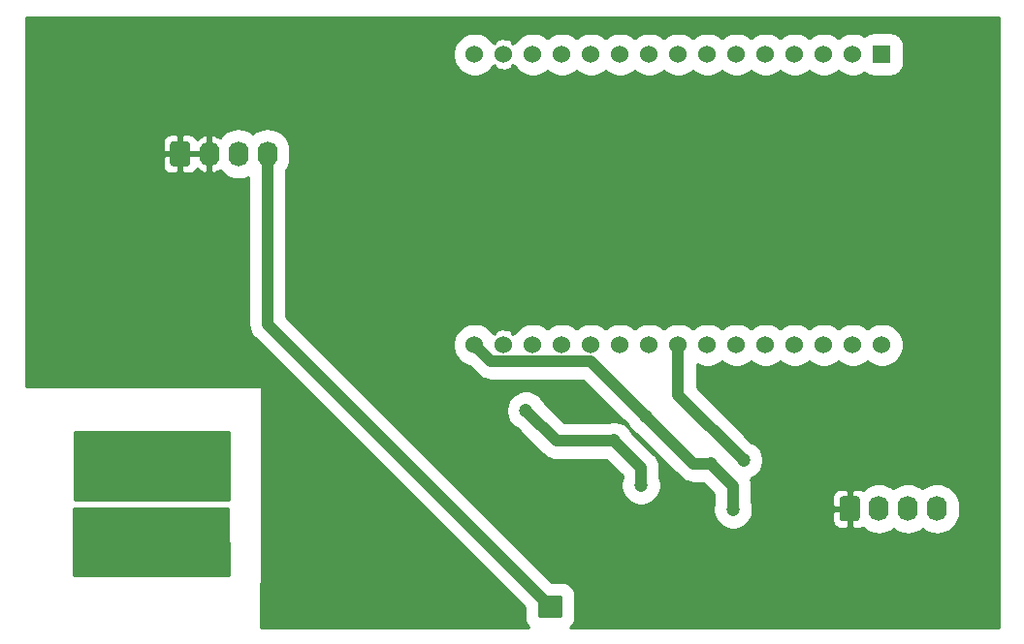
<source format=gbr>
%TF.GenerationSoftware,KiCad,Pcbnew,(5.1.9)-1*%
%TF.CreationDate,2021-01-30T10:24:11-03:00*%
%TF.ProjectId,Placa_aquisicao,506c6163-615f-4617-9175-69736963616f,rev?*%
%TF.SameCoordinates,PX40bc440PY798bb90*%
%TF.FileFunction,Copper,L2,Bot*%
%TF.FilePolarity,Positive*%
%FSLAX46Y46*%
G04 Gerber Fmt 4.6, Leading zero omitted, Abs format (unit mm)*
G04 Created by KiCad (PCBNEW (5.1.9)-1) date 2021-01-30 10:24:11*
%MOMM*%
%LPD*%
G01*
G04 APERTURE LIST*
%TA.AperFunction,ComponentPad*%
%ADD10R,1.524000X1.524000*%
%TD*%
%TA.AperFunction,ComponentPad*%
%ADD11C,1.524000*%
%TD*%
%TA.AperFunction,ComponentPad*%
%ADD12C,2.600000*%
%TD*%
%TA.AperFunction,ComponentPad*%
%ADD13R,2.600000X2.600000*%
%TD*%
%TA.AperFunction,ComponentPad*%
%ADD14O,1.740000X2.190000*%
%TD*%
%TA.AperFunction,ViaPad*%
%ADD15C,0.800000*%
%TD*%
%TA.AperFunction,ViaPad*%
%ADD16C,1.200000*%
%TD*%
%TA.AperFunction,Conductor*%
%ADD17C,1.000000*%
%TD*%
%TA.AperFunction,Conductor*%
%ADD18C,0.254000*%
%TD*%
%TA.AperFunction,Conductor*%
%ADD19C,0.100000*%
%TD*%
G04 APERTURE END LIST*
D10*
%TO.P,U5,1*%
%TO.N,Net-(U5-Pad1)*%
X78050000Y51260000D03*
D11*
%TO.P,U5,2*%
%TO.N,Net-(U5-Pad2)*%
X75510000Y51260000D03*
%TO.P,U5,3*%
%TO.N,Net-(U5-Pad3)*%
X72970000Y51260000D03*
%TO.P,U5,4*%
%TO.N,Net-(U5-Pad4)*%
X70430000Y51260000D03*
%TO.P,U5,5*%
%TO.N,Net-(U5-Pad5)*%
X67890000Y51260000D03*
%TO.P,U5,6*%
%TO.N,Net-(U5-Pad6)*%
X65350000Y51260000D03*
%TO.P,U5,7*%
%TO.N,Net-(U5-Pad7)*%
X62810000Y51260000D03*
%TO.P,U5,8*%
%TO.N,Net-(U5-Pad8)*%
X60270000Y51260000D03*
%TO.P,U5,9*%
%TO.N,Net-(U5-Pad9)*%
X57730000Y51260000D03*
%TO.P,U5,10*%
%TO.N,Net-(U5-Pad10)*%
X55190000Y51260000D03*
%TO.P,U5,11*%
%TO.N,Net-(U5-Pad11)*%
X52650000Y51260000D03*
%TO.P,U5,12*%
%TO.N,Net-(U5-Pad12)*%
X50110000Y51260000D03*
%TO.P,U5,13*%
%TO.N,Net-(U5-Pad13)*%
X47570000Y51260000D03*
%TO.P,U5,14*%
%TO.N,GND*%
X45030000Y51260000D03*
%TO.P,U5,15*%
%TO.N,+10V*%
X42490000Y51260000D03*
%TO.P,U5,16*%
%TO.N,+3V3*%
X42490000Y25860000D03*
%TO.P,U5,17*%
%TO.N,GND*%
X45030000Y25860000D03*
%TO.P,U5,18*%
%TO.N,Net-(U5-Pad18)*%
X47570000Y25860000D03*
%TO.P,U5,19*%
%TO.N,Net-(U5-Pad19)*%
X50110000Y25860000D03*
%TO.P,U5,20*%
%TO.N,Net-(U5-Pad20)*%
X52650000Y25860000D03*
%TO.P,U5,21*%
%TO.N,Net-(U5-Pad21)*%
X55190000Y25860000D03*
%TO.P,U5,22*%
%TO.N,Net-(U5-Pad22)*%
X57730000Y25860000D03*
%TO.P,U5,23*%
%TO.N,SPI_CS0*%
X60270000Y25860000D03*
%TO.P,U5,24*%
%TO.N,SPI_CLK*%
X62810000Y25860000D03*
%TO.P,U5,25*%
%TO.N,SPI_MISO*%
X65350000Y25860000D03*
%TO.P,U5,26*%
%TO.N,Net-(U5-Pad26)*%
X67890000Y25860000D03*
%TO.P,U5,27*%
%TO.N,/ESP32/UART_RX0*%
X70430000Y25860000D03*
%TO.P,U5,28*%
%TO.N,/ESP32/UART_TX0*%
X72970000Y25860000D03*
%TO.P,U5,29*%
%TO.N,Net-(U5-Pad29)*%
X75510000Y25860000D03*
%TO.P,U5,30*%
%TO.N,Net-(U5-Pad30)*%
X78050000Y25860000D03*
%TD*%
D12*
%TO.P,J2,2*%
%TO.N,Net-(J2-Pad2)*%
X12620000Y14400000D03*
D13*
%TO.P,J2,1*%
%TO.N,Net-(J2-Pad1)*%
X12620000Y9400000D03*
%TD*%
%TO.P,J1,1*%
%TO.N,GND*%
%TA.AperFunction,ComponentPad*%
G36*
G01*
X15920000Y41704999D02*
X15920000Y43395001D01*
G75*
G02*
X16169999Y43645000I249999J0D01*
G01*
X17410001Y43645000D01*
G75*
G02*
X17660000Y43395001I0J-249999D01*
G01*
X17660000Y41704999D01*
G75*
G02*
X17410001Y41455000I-249999J0D01*
G01*
X16169999Y41455000D01*
G75*
G02*
X15920000Y41704999I0J249999D01*
G01*
G37*
%TD.AperFunction*%
D14*
%TO.P,J1,2*%
X19330000Y42550000D03*
%TO.P,J1,3*%
%TO.N,+10V*%
X21870000Y42550000D03*
%TO.P,J1,4*%
X24410000Y42550000D03*
%TD*%
%TO.P,J3,1*%
%TO.N,GND*%
%TA.AperFunction,ComponentPad*%
G36*
G01*
X74390000Y10684999D02*
X74390000Y12375001D01*
G75*
G02*
X74639999Y12625000I249999J0D01*
G01*
X75880001Y12625000D01*
G75*
G02*
X76130000Y12375001I0J-249999D01*
G01*
X76130000Y10684999D01*
G75*
G02*
X75880001Y10435000I-249999J0D01*
G01*
X74639999Y10435000D01*
G75*
G02*
X74390000Y10684999I0J249999D01*
G01*
G37*
%TD.AperFunction*%
%TO.P,J3,2*%
%TO.N,/ESP32/UART_RX0*%
X77800000Y11530000D03*
%TO.P,J3,3*%
%TO.N,/ESP32/UART_TX0*%
X80340000Y11530000D03*
%TO.P,J3,4*%
%TO.N,+3V3*%
X82880000Y11530000D03*
%TD*%
D15*
%TO.N,+10V*%
X49595000Y3520000D03*
X48540000Y2540000D03*
X49575000Y2540000D03*
X48540000Y3530000D03*
%TO.N,GND*%
X61335000Y3880000D03*
X62370000Y3880000D03*
X60320000Y4860000D03*
X60300000Y3880000D03*
X61355000Y4860000D03*
X62390000Y4860000D03*
X14020000Y30020000D03*
X15000000Y27930000D03*
X15000000Y28965000D03*
X15000000Y30000000D03*
X14020000Y28985000D03*
X14020000Y27950000D03*
X30580000Y4010000D03*
X29565000Y4990000D03*
X29545000Y4010000D03*
X28510000Y4010000D03*
X30600000Y4990000D03*
X28530000Y4990000D03*
X9890000Y41320000D03*
X8910000Y43410000D03*
X9890000Y42355000D03*
X8910000Y42375000D03*
X9890000Y43390000D03*
X8910000Y41340000D03*
X14020000Y31090000D03*
X15000000Y31070000D03*
X8910000Y40280000D03*
X9890000Y40260000D03*
X76070000Y4970000D03*
X76050000Y3990000D03*
X75035000Y4970000D03*
X73980000Y3990000D03*
X74000000Y4970000D03*
X75015000Y3990000D03*
D16*
%TO.N,+5V*%
X54680000Y17440000D03*
X57030000Y13580000D03*
X47000000Y20100000D03*
%TO.N,+3V3*%
X57470000Y19590000D03*
X63140000Y15420000D03*
X65060000Y11470000D03*
%TO.N,SPI_CS0*%
X65980000Y15770000D03*
D15*
%TO.N,Net-(J2-Pad2)*%
X15570000Y13350000D03*
X15610000Y15430000D03*
X17770000Y15410000D03*
X17750000Y13340000D03*
%TO.N,Net-(J2-Pad1)*%
X15590000Y8310000D03*
X15630000Y10490000D03*
X17940000Y8290000D03*
X17920000Y10510000D03*
%TD*%
D17*
%TO.N,+10V*%
X24410000Y27660000D02*
X48540000Y3530000D01*
X24410000Y42550000D02*
X24410000Y27660000D01*
%TO.N,+5V*%
X57030000Y15090000D02*
X54680000Y17440000D01*
X57030000Y13580000D02*
X57030000Y15090000D01*
X54680000Y17440000D02*
X49660000Y17440000D01*
X49660000Y17440000D02*
X47000000Y20100000D01*
%TO.N,+3V3*%
X61640000Y15420000D02*
X57470000Y19590000D01*
X63140000Y15420000D02*
X61640000Y15420000D01*
X65060000Y13500000D02*
X63140000Y15420000D01*
X65060000Y11470000D02*
X65060000Y13500000D01*
X52662001Y24397999D02*
X57470000Y19590000D01*
X43952001Y24397999D02*
X52662001Y24397999D01*
X42490000Y25860000D02*
X43952001Y24397999D01*
%TO.N,SPI_CS0*%
X60270000Y21480000D02*
X60270000Y25860000D01*
X65980000Y15770000D02*
X60270000Y21480000D01*
%TD*%
D18*
%TO.N,Net-(J2-Pad1)*%
X21025191Y5687000D02*
X7510023Y5687000D01*
X7507000Y6616572D01*
X7507000Y11583000D01*
X20967669Y11583000D01*
X21025191Y5687000D01*
%TA.AperFunction,Conductor*%
D19*
G36*
X21025191Y5687000D02*
G01*
X7510023Y5687000D01*
X7507000Y6616572D01*
X7507000Y11583000D01*
X20967669Y11583000D01*
X21025191Y5687000D01*
G37*
%TD.AperFunction*%
%TD*%
D18*
%TO.N,Net-(J2-Pad2)*%
X21033000Y12330281D02*
X7576587Y12330281D01*
X7557413Y18226281D01*
X21033000Y18226281D01*
X21033000Y12330281D01*
%TA.AperFunction,Conductor*%
D19*
G36*
X21033000Y12330281D02*
G01*
X7576587Y12330281D01*
X7557413Y18226281D01*
X21033000Y18226281D01*
X21033000Y12330281D01*
G37*
%TD.AperFunction*%
%TD*%
D18*
%TO.N,+10V*%
X50013000Y2157000D02*
X48107000Y2157000D01*
X48107000Y3883000D01*
X50013000Y3883000D01*
X50013000Y2157000D01*
%TA.AperFunction,Conductor*%
D19*
G36*
X50013000Y2157000D02*
G01*
X48107000Y2157000D01*
X48107000Y3883000D01*
X50013000Y3883000D01*
X50013000Y2157000D01*
G37*
%TD.AperFunction*%
%TD*%
D18*
%TO.N,GND*%
X88272000Y1168000D02*
X50882696Y1168000D01*
X50948223Y1221777D01*
X51090370Y1394983D01*
X51195994Y1592593D01*
X51261038Y1807012D01*
X51283000Y2030000D01*
X51283000Y4010000D01*
X51261038Y4232988D01*
X51195994Y4447407D01*
X51090370Y4645017D01*
X50948223Y4818223D01*
X50775017Y4960370D01*
X50577407Y5065994D01*
X50362988Y5131038D01*
X50140000Y5153000D01*
X49240553Y5153000D01*
X34121882Y20271671D01*
X45257000Y20271671D01*
X45257000Y19928329D01*
X45323982Y19591586D01*
X45455373Y19274380D01*
X45646123Y18988902D01*
X45888902Y18746123D01*
X46174380Y18555373D01*
X46254093Y18522355D01*
X48441155Y16335292D01*
X48492603Y16272603D01*
X48742782Y16067286D01*
X48977791Y15941671D01*
X49028209Y15914722D01*
X49337915Y15820774D01*
X49370906Y15817525D01*
X49579294Y15797000D01*
X49579300Y15797000D01*
X49659999Y15789052D01*
X49740698Y15797000D01*
X53999448Y15797000D01*
X55387000Y14409447D01*
X55387000Y14168127D01*
X55353982Y14088414D01*
X55287000Y13751671D01*
X55287000Y13408329D01*
X55353982Y13071586D01*
X55485373Y12754380D01*
X55676123Y12468902D01*
X55918902Y12226123D01*
X56204380Y12035373D01*
X56521586Y11903982D01*
X56858329Y11837000D01*
X57201671Y11837000D01*
X57538414Y11903982D01*
X57855620Y12035373D01*
X58141098Y12226123D01*
X58383877Y12468902D01*
X58574627Y12754380D01*
X58706018Y13071586D01*
X58773000Y13408329D01*
X58773000Y13751671D01*
X58706018Y14088414D01*
X58673000Y14168127D01*
X58673000Y15009301D01*
X58680948Y15090000D01*
X58673000Y15170699D01*
X58673000Y15170706D01*
X58649226Y15412084D01*
X58638357Y15447917D01*
X58555278Y15721791D01*
X58502370Y15820774D01*
X58402714Y16007218D01*
X58197397Y16257397D01*
X58134710Y16308843D01*
X56257645Y18185907D01*
X56224627Y18265620D01*
X56033877Y18551098D01*
X55791098Y18793877D01*
X55505620Y18984627D01*
X55188414Y19116018D01*
X54851671Y19183000D01*
X54508329Y19183000D01*
X54171586Y19116018D01*
X54091873Y19083000D01*
X50340553Y19083000D01*
X48577645Y20845907D01*
X48544627Y20925620D01*
X48353877Y21211098D01*
X48111098Y21453877D01*
X47825620Y21644627D01*
X47508414Y21776018D01*
X47171671Y21843000D01*
X46828329Y21843000D01*
X46491586Y21776018D01*
X46174380Y21644627D01*
X45888902Y21453877D01*
X45646123Y21211098D01*
X45455373Y20925620D01*
X45323982Y20608414D01*
X45257000Y20271671D01*
X34121882Y20271671D01*
X28345927Y26047626D01*
X40585000Y26047626D01*
X40585000Y25672374D01*
X40658209Y25304332D01*
X40801811Y24957644D01*
X41010290Y24645634D01*
X41275634Y24380290D01*
X41587644Y24171811D01*
X41934332Y24028209D01*
X42014107Y24012341D01*
X42733156Y23293291D01*
X42784604Y23230602D01*
X43034783Y23025285D01*
X43320210Y22872721D01*
X43629916Y22778773D01*
X43659842Y22775826D01*
X43871295Y22754999D01*
X43871302Y22754999D01*
X43952001Y22747051D01*
X44032700Y22754999D01*
X51981449Y22754999D01*
X55892355Y18844093D01*
X55925373Y18764380D01*
X56116123Y18478902D01*
X56358902Y18236123D01*
X56644380Y18045373D01*
X56724093Y18012355D01*
X60421155Y14315292D01*
X60472603Y14252603D01*
X60722782Y14047286D01*
X61008209Y13894722D01*
X61317916Y13800774D01*
X61559294Y13777000D01*
X61559301Y13777000D01*
X61640000Y13769052D01*
X61720699Y13777000D01*
X62459448Y13777000D01*
X63417001Y12819447D01*
X63417000Y12058127D01*
X63383982Y11978414D01*
X63317000Y11641671D01*
X63317000Y11298329D01*
X63383982Y10961586D01*
X63515373Y10644380D01*
X63706123Y10358902D01*
X63948902Y10116123D01*
X64234380Y9925373D01*
X64551586Y9793982D01*
X64888329Y9727000D01*
X65231671Y9727000D01*
X65568414Y9793982D01*
X65885620Y9925373D01*
X66171098Y10116123D01*
X66413877Y10358902D01*
X66464723Y10435000D01*
X73751928Y10435000D01*
X73764188Y10310518D01*
X73800498Y10190820D01*
X73859463Y10080506D01*
X73938815Y9983815D01*
X74035506Y9904463D01*
X74145820Y9845498D01*
X74265518Y9809188D01*
X74390000Y9796928D01*
X74974250Y9800000D01*
X75133000Y9958750D01*
X75133000Y11403000D01*
X73913750Y11403000D01*
X73755000Y11244250D01*
X73751928Y10435000D01*
X66464723Y10435000D01*
X66604627Y10644380D01*
X66736018Y10961586D01*
X66803000Y11298329D01*
X66803000Y11641671D01*
X66736018Y11978414D01*
X66703000Y12058127D01*
X66703000Y12625000D01*
X73751928Y12625000D01*
X73755000Y11815750D01*
X73913750Y11657000D01*
X75133000Y11657000D01*
X75133000Y13101250D01*
X75387000Y13101250D01*
X75387000Y11657000D01*
X75407000Y11657000D01*
X75407000Y11403000D01*
X75387000Y11403000D01*
X75387000Y9958750D01*
X75545750Y9800000D01*
X76130000Y9796928D01*
X76254482Y9809188D01*
X76374180Y9845498D01*
X76393025Y9855571D01*
X76676227Y9623153D01*
X77025932Y9436232D01*
X77405384Y9321126D01*
X77800000Y9282260D01*
X78194617Y9321126D01*
X78574069Y9436232D01*
X78923774Y9623153D01*
X79070000Y9743158D01*
X79216227Y9623153D01*
X79565932Y9436232D01*
X79945384Y9321126D01*
X80340000Y9282260D01*
X80734617Y9321126D01*
X81114069Y9436232D01*
X81463774Y9623153D01*
X81610000Y9743158D01*
X81756227Y9623153D01*
X82105932Y9436232D01*
X82485384Y9321126D01*
X82880000Y9282260D01*
X83274617Y9321126D01*
X83654069Y9436232D01*
X84003774Y9623153D01*
X84310293Y9874707D01*
X84561847Y10181226D01*
X84748768Y10530931D01*
X84863874Y10910384D01*
X84893000Y11206108D01*
X84893000Y11853893D01*
X84863874Y12149617D01*
X84748768Y12529069D01*
X84561847Y12878774D01*
X84310293Y13185293D01*
X84003774Y13436847D01*
X83654068Y13623768D01*
X83274616Y13738874D01*
X82880000Y13777740D01*
X82485383Y13738874D01*
X82105931Y13623768D01*
X81756226Y13436847D01*
X81610000Y13316842D01*
X81463774Y13436847D01*
X81114068Y13623768D01*
X80734616Y13738874D01*
X80340000Y13777740D01*
X79945383Y13738874D01*
X79565931Y13623768D01*
X79216226Y13436847D01*
X79070000Y13316842D01*
X78923774Y13436847D01*
X78574068Y13623768D01*
X78194616Y13738874D01*
X77800000Y13777740D01*
X77405383Y13738874D01*
X77025931Y13623768D01*
X76676226Y13436847D01*
X76393025Y13204429D01*
X76374180Y13214502D01*
X76254482Y13250812D01*
X76130000Y13263072D01*
X75545750Y13260000D01*
X75387000Y13101250D01*
X75133000Y13101250D01*
X74974250Y13260000D01*
X74390000Y13263072D01*
X74265518Y13250812D01*
X74145820Y13214502D01*
X74035506Y13155537D01*
X73938815Y13076185D01*
X73859463Y12979494D01*
X73800498Y12869180D01*
X73764188Y12749482D01*
X73751928Y12625000D01*
X66703000Y12625000D01*
X66703000Y13419302D01*
X66710948Y13500001D01*
X66703000Y13580700D01*
X66703000Y13580706D01*
X66679226Y13822084D01*
X66664341Y13871156D01*
X66585278Y14131791D01*
X66584266Y14133685D01*
X66805620Y14225373D01*
X67091098Y14416123D01*
X67333877Y14658902D01*
X67524627Y14944380D01*
X67656018Y15261586D01*
X67723000Y15598329D01*
X67723000Y15941671D01*
X67656018Y16278414D01*
X67524627Y16595620D01*
X67333877Y16881098D01*
X67091098Y17123877D01*
X66805620Y17314627D01*
X66725907Y17347645D01*
X61913000Y22160552D01*
X61913000Y24169592D01*
X62254332Y24028209D01*
X62622374Y23955000D01*
X62997626Y23955000D01*
X63365668Y24028209D01*
X63712356Y24171811D01*
X64024366Y24380290D01*
X64080000Y24435924D01*
X64135634Y24380290D01*
X64447644Y24171811D01*
X64794332Y24028209D01*
X65162374Y23955000D01*
X65537626Y23955000D01*
X65905668Y24028209D01*
X66252356Y24171811D01*
X66564366Y24380290D01*
X66620000Y24435924D01*
X66675634Y24380290D01*
X66987644Y24171811D01*
X67334332Y24028209D01*
X67702374Y23955000D01*
X68077626Y23955000D01*
X68445668Y24028209D01*
X68792356Y24171811D01*
X69104366Y24380290D01*
X69160000Y24435924D01*
X69215634Y24380290D01*
X69527644Y24171811D01*
X69874332Y24028209D01*
X70242374Y23955000D01*
X70617626Y23955000D01*
X70985668Y24028209D01*
X71332356Y24171811D01*
X71644366Y24380290D01*
X71700000Y24435924D01*
X71755634Y24380290D01*
X72067644Y24171811D01*
X72414332Y24028209D01*
X72782374Y23955000D01*
X73157626Y23955000D01*
X73525668Y24028209D01*
X73872356Y24171811D01*
X74184366Y24380290D01*
X74240000Y24435924D01*
X74295634Y24380290D01*
X74607644Y24171811D01*
X74954332Y24028209D01*
X75322374Y23955000D01*
X75697626Y23955000D01*
X76065668Y24028209D01*
X76412356Y24171811D01*
X76724366Y24380290D01*
X76780000Y24435924D01*
X76835634Y24380290D01*
X77147644Y24171811D01*
X77494332Y24028209D01*
X77862374Y23955000D01*
X78237626Y23955000D01*
X78605668Y24028209D01*
X78952356Y24171811D01*
X79264366Y24380290D01*
X79529710Y24645634D01*
X79738189Y24957644D01*
X79881791Y25304332D01*
X79955000Y25672374D01*
X79955000Y26047626D01*
X79881791Y26415668D01*
X79738189Y26762356D01*
X79529710Y27074366D01*
X79264366Y27339710D01*
X78952356Y27548189D01*
X78605668Y27691791D01*
X78237626Y27765000D01*
X77862374Y27765000D01*
X77494332Y27691791D01*
X77147644Y27548189D01*
X76835634Y27339710D01*
X76780000Y27284076D01*
X76724366Y27339710D01*
X76412356Y27548189D01*
X76065668Y27691791D01*
X75697626Y27765000D01*
X75322374Y27765000D01*
X74954332Y27691791D01*
X74607644Y27548189D01*
X74295634Y27339710D01*
X74240000Y27284076D01*
X74184366Y27339710D01*
X73872356Y27548189D01*
X73525668Y27691791D01*
X73157626Y27765000D01*
X72782374Y27765000D01*
X72414332Y27691791D01*
X72067644Y27548189D01*
X71755634Y27339710D01*
X71700000Y27284076D01*
X71644366Y27339710D01*
X71332356Y27548189D01*
X70985668Y27691791D01*
X70617626Y27765000D01*
X70242374Y27765000D01*
X69874332Y27691791D01*
X69527644Y27548189D01*
X69215634Y27339710D01*
X69160000Y27284076D01*
X69104366Y27339710D01*
X68792356Y27548189D01*
X68445668Y27691791D01*
X68077626Y27765000D01*
X67702374Y27765000D01*
X67334332Y27691791D01*
X66987644Y27548189D01*
X66675634Y27339710D01*
X66620000Y27284076D01*
X66564366Y27339710D01*
X66252356Y27548189D01*
X65905668Y27691791D01*
X65537626Y27765000D01*
X65162374Y27765000D01*
X64794332Y27691791D01*
X64447644Y27548189D01*
X64135634Y27339710D01*
X64080000Y27284076D01*
X64024366Y27339710D01*
X63712356Y27548189D01*
X63365668Y27691791D01*
X62997626Y27765000D01*
X62622374Y27765000D01*
X62254332Y27691791D01*
X61907644Y27548189D01*
X61595634Y27339710D01*
X61540000Y27284076D01*
X61484366Y27339710D01*
X61172356Y27548189D01*
X60825668Y27691791D01*
X60457626Y27765000D01*
X60082374Y27765000D01*
X59714332Y27691791D01*
X59367644Y27548189D01*
X59055634Y27339710D01*
X59000000Y27284076D01*
X58944366Y27339710D01*
X58632356Y27548189D01*
X58285668Y27691791D01*
X57917626Y27765000D01*
X57542374Y27765000D01*
X57174332Y27691791D01*
X56827644Y27548189D01*
X56515634Y27339710D01*
X56460000Y27284076D01*
X56404366Y27339710D01*
X56092356Y27548189D01*
X55745668Y27691791D01*
X55377626Y27765000D01*
X55002374Y27765000D01*
X54634332Y27691791D01*
X54287644Y27548189D01*
X53975634Y27339710D01*
X53920000Y27284076D01*
X53864366Y27339710D01*
X53552356Y27548189D01*
X53205668Y27691791D01*
X52837626Y27765000D01*
X52462374Y27765000D01*
X52094332Y27691791D01*
X51747644Y27548189D01*
X51435634Y27339710D01*
X51380000Y27284076D01*
X51324366Y27339710D01*
X51012356Y27548189D01*
X50665668Y27691791D01*
X50297626Y27765000D01*
X49922374Y27765000D01*
X49554332Y27691791D01*
X49207644Y27548189D01*
X48895634Y27339710D01*
X48840000Y27284076D01*
X48784366Y27339710D01*
X48472356Y27548189D01*
X48125668Y27691791D01*
X47757626Y27765000D01*
X47382374Y27765000D01*
X47014332Y27691791D01*
X46667644Y27548189D01*
X46355634Y27339710D01*
X46090290Y27074366D01*
X45974008Y26900338D01*
X45932369Y26941977D01*
X45815959Y26825567D01*
X45748980Y27065656D01*
X45499952Y27182756D01*
X45232865Y27249023D01*
X44957983Y27261910D01*
X44685867Y27220922D01*
X44426977Y27127636D01*
X44311020Y27065656D01*
X44244041Y26825567D01*
X44127631Y26941977D01*
X44085992Y26900338D01*
X43969710Y27074366D01*
X43704366Y27339710D01*
X43392356Y27548189D01*
X43045668Y27691791D01*
X42677626Y27765000D01*
X42302374Y27765000D01*
X41934332Y27691791D01*
X41587644Y27548189D01*
X41275634Y27339710D01*
X41010290Y27074366D01*
X40801811Y26762356D01*
X40658209Y26415668D01*
X40585000Y26047626D01*
X28345927Y26047626D01*
X26053000Y28340552D01*
X26053000Y41153891D01*
X26091847Y41201226D01*
X26278768Y41550931D01*
X26393874Y41930384D01*
X26423000Y42226108D01*
X26423000Y42873893D01*
X26393874Y43169617D01*
X26278768Y43549069D01*
X26091847Y43898774D01*
X25840293Y44205293D01*
X25533774Y44456847D01*
X25184068Y44643768D01*
X24804616Y44758874D01*
X24410000Y44797740D01*
X24015383Y44758874D01*
X23635931Y44643768D01*
X23286226Y44456847D01*
X23140000Y44336842D01*
X22993774Y44456847D01*
X22644068Y44643768D01*
X22264616Y44758874D01*
X21870000Y44797740D01*
X21475383Y44758874D01*
X21095931Y44643768D01*
X20746226Y44456847D01*
X20439707Y44205293D01*
X20247639Y43971258D01*
X20050809Y44104474D01*
X19777591Y44219551D01*
X19690031Y44236302D01*
X19457000Y44115246D01*
X19457000Y42677000D01*
X19477000Y42677000D01*
X19477000Y42423000D01*
X19457000Y42423000D01*
X19457000Y40984754D01*
X19690031Y40863698D01*
X19777591Y40880449D01*
X20050809Y40995526D01*
X20247639Y41128742D01*
X20439707Y40894707D01*
X20746227Y40643153D01*
X21095932Y40456232D01*
X21475384Y40341126D01*
X21870000Y40302260D01*
X22264617Y40341126D01*
X22644069Y40456232D01*
X22767000Y40521940D01*
X22767001Y27740709D01*
X22759052Y27660000D01*
X22790774Y27337916D01*
X22884722Y27028210D01*
X22884723Y27028209D01*
X23037287Y26742782D01*
X23242604Y26492603D01*
X23305291Y26441157D01*
X46837000Y2909447D01*
X46837000Y2030000D01*
X46858962Y1807012D01*
X46924006Y1592593D01*
X47029630Y1394983D01*
X47171777Y1221777D01*
X47237304Y1168000D01*
X23887000Y1168000D01*
X23887000Y5009750D01*
X23891643Y5024927D01*
X23894143Y5049698D01*
X23926941Y18839698D01*
X23924501Y18864776D01*
X23917274Y18888601D01*
X23917000Y18889114D01*
X23917000Y22110000D01*
X23914560Y22134776D01*
X23907333Y22158601D01*
X23895597Y22180557D01*
X23879803Y22199803D01*
X23860557Y22215597D01*
X23838601Y22227333D01*
X23814776Y22234560D01*
X23790000Y22237000D01*
X3328000Y22237000D01*
X3328000Y41455000D01*
X15281928Y41455000D01*
X15294188Y41330518D01*
X15330498Y41210820D01*
X15389463Y41100506D01*
X15468815Y41003815D01*
X15565506Y40924463D01*
X15675820Y40865498D01*
X15795518Y40829188D01*
X15920000Y40816928D01*
X16504250Y40820000D01*
X16663000Y40978750D01*
X16663000Y42423000D01*
X16917000Y42423000D01*
X16917000Y40978750D01*
X17075750Y40820000D01*
X17660000Y40816928D01*
X17784482Y40829188D01*
X17904180Y40865498D01*
X18014494Y40924463D01*
X18111185Y41003815D01*
X18190537Y41100506D01*
X18249502Y41210820D01*
X18264916Y41261633D01*
X18363674Y41161694D01*
X18609191Y40995526D01*
X18882409Y40880449D01*
X18969969Y40863698D01*
X19203000Y40984754D01*
X19203000Y42423000D01*
X16917000Y42423000D01*
X16663000Y42423000D01*
X15443750Y42423000D01*
X15285000Y42264250D01*
X15281928Y41455000D01*
X3328000Y41455000D01*
X3328000Y43645000D01*
X15281928Y43645000D01*
X15285000Y42835750D01*
X15443750Y42677000D01*
X16663000Y42677000D01*
X16663000Y44121250D01*
X16917000Y44121250D01*
X16917000Y42677000D01*
X19203000Y42677000D01*
X19203000Y44115246D01*
X18969969Y44236302D01*
X18882409Y44219551D01*
X18609191Y44104474D01*
X18363674Y43938306D01*
X18264916Y43838367D01*
X18249502Y43889180D01*
X18190537Y43999494D01*
X18111185Y44096185D01*
X18014494Y44175537D01*
X17904180Y44234502D01*
X17784482Y44270812D01*
X17660000Y44283072D01*
X17075750Y44280000D01*
X16917000Y44121250D01*
X16663000Y44121250D01*
X16504250Y44280000D01*
X15920000Y44283072D01*
X15795518Y44270812D01*
X15675820Y44234502D01*
X15565506Y44175537D01*
X15468815Y44096185D01*
X15389463Y43999494D01*
X15330498Y43889180D01*
X15294188Y43769482D01*
X15281928Y43645000D01*
X3328000Y43645000D01*
X3328000Y51447626D01*
X40585000Y51447626D01*
X40585000Y51072374D01*
X40658209Y50704332D01*
X40801811Y50357644D01*
X41010290Y50045634D01*
X41275634Y49780290D01*
X41587644Y49571811D01*
X41934332Y49428209D01*
X42302374Y49355000D01*
X42677626Y49355000D01*
X43045668Y49428209D01*
X43392356Y49571811D01*
X43704366Y49780290D01*
X43969710Y50045634D01*
X44085992Y50219662D01*
X44127631Y50178023D01*
X44244041Y50294433D01*
X44311020Y50054344D01*
X44560048Y49937244D01*
X44827135Y49870977D01*
X45102017Y49858090D01*
X45374133Y49899078D01*
X45633023Y49992364D01*
X45748980Y50054344D01*
X45815959Y50294433D01*
X45932369Y50178023D01*
X45974008Y50219662D01*
X46090290Y50045634D01*
X46355634Y49780290D01*
X46667644Y49571811D01*
X47014332Y49428209D01*
X47382374Y49355000D01*
X47757626Y49355000D01*
X48125668Y49428209D01*
X48472356Y49571811D01*
X48784366Y49780290D01*
X48840000Y49835924D01*
X48895634Y49780290D01*
X49207644Y49571811D01*
X49554332Y49428209D01*
X49922374Y49355000D01*
X50297626Y49355000D01*
X50665668Y49428209D01*
X51012356Y49571811D01*
X51324366Y49780290D01*
X51380000Y49835924D01*
X51435634Y49780290D01*
X51747644Y49571811D01*
X52094332Y49428209D01*
X52462374Y49355000D01*
X52837626Y49355000D01*
X53205668Y49428209D01*
X53552356Y49571811D01*
X53864366Y49780290D01*
X53920000Y49835924D01*
X53975634Y49780290D01*
X54287644Y49571811D01*
X54634332Y49428209D01*
X55002374Y49355000D01*
X55377626Y49355000D01*
X55745668Y49428209D01*
X56092356Y49571811D01*
X56404366Y49780290D01*
X56460000Y49835924D01*
X56515634Y49780290D01*
X56827644Y49571811D01*
X57174332Y49428209D01*
X57542374Y49355000D01*
X57917626Y49355000D01*
X58285668Y49428209D01*
X58632356Y49571811D01*
X58944366Y49780290D01*
X59000000Y49835924D01*
X59055634Y49780290D01*
X59367644Y49571811D01*
X59714332Y49428209D01*
X60082374Y49355000D01*
X60457626Y49355000D01*
X60825668Y49428209D01*
X61172356Y49571811D01*
X61484366Y49780290D01*
X61540000Y49835924D01*
X61595634Y49780290D01*
X61907644Y49571811D01*
X62254332Y49428209D01*
X62622374Y49355000D01*
X62997626Y49355000D01*
X63365668Y49428209D01*
X63712356Y49571811D01*
X64024366Y49780290D01*
X64080000Y49835924D01*
X64135634Y49780290D01*
X64447644Y49571811D01*
X64794332Y49428209D01*
X65162374Y49355000D01*
X65537626Y49355000D01*
X65905668Y49428209D01*
X66252356Y49571811D01*
X66564366Y49780290D01*
X66620000Y49835924D01*
X66675634Y49780290D01*
X66987644Y49571811D01*
X67334332Y49428209D01*
X67702374Y49355000D01*
X68077626Y49355000D01*
X68445668Y49428209D01*
X68792356Y49571811D01*
X69104366Y49780290D01*
X69160000Y49835924D01*
X69215634Y49780290D01*
X69527644Y49571811D01*
X69874332Y49428209D01*
X70242374Y49355000D01*
X70617626Y49355000D01*
X70985668Y49428209D01*
X71332356Y49571811D01*
X71644366Y49780290D01*
X71700000Y49835924D01*
X71755634Y49780290D01*
X72067644Y49571811D01*
X72414332Y49428209D01*
X72782374Y49355000D01*
X73157626Y49355000D01*
X73525668Y49428209D01*
X73872356Y49571811D01*
X74184366Y49780290D01*
X74240000Y49835924D01*
X74295634Y49780290D01*
X74607644Y49571811D01*
X74954332Y49428209D01*
X75322374Y49355000D01*
X75697626Y49355000D01*
X76065668Y49428209D01*
X76412356Y49571811D01*
X76523970Y49646389D01*
X76649911Y49543032D01*
X76848477Y49436897D01*
X77063933Y49371539D01*
X77288000Y49349470D01*
X78812000Y49349470D01*
X79036067Y49371539D01*
X79251523Y49436897D01*
X79450089Y49543032D01*
X79624133Y49685867D01*
X79766968Y49859911D01*
X79873103Y50058477D01*
X79938461Y50273933D01*
X79960530Y50498000D01*
X79960530Y52022000D01*
X79938461Y52246067D01*
X79873103Y52461523D01*
X79766968Y52660089D01*
X79624133Y52834133D01*
X79450089Y52976968D01*
X79251523Y53083103D01*
X79036067Y53148461D01*
X78812000Y53170530D01*
X77288000Y53170530D01*
X77063933Y53148461D01*
X76848477Y53083103D01*
X76649911Y52976968D01*
X76523970Y52873611D01*
X76412356Y52948189D01*
X76065668Y53091791D01*
X75697626Y53165000D01*
X75322374Y53165000D01*
X74954332Y53091791D01*
X74607644Y52948189D01*
X74295634Y52739710D01*
X74240000Y52684076D01*
X74184366Y52739710D01*
X73872356Y52948189D01*
X73525668Y53091791D01*
X73157626Y53165000D01*
X72782374Y53165000D01*
X72414332Y53091791D01*
X72067644Y52948189D01*
X71755634Y52739710D01*
X71700000Y52684076D01*
X71644366Y52739710D01*
X71332356Y52948189D01*
X70985668Y53091791D01*
X70617626Y53165000D01*
X70242374Y53165000D01*
X69874332Y53091791D01*
X69527644Y52948189D01*
X69215634Y52739710D01*
X69160000Y52684076D01*
X69104366Y52739710D01*
X68792356Y52948189D01*
X68445668Y53091791D01*
X68077626Y53165000D01*
X67702374Y53165000D01*
X67334332Y53091791D01*
X66987644Y52948189D01*
X66675634Y52739710D01*
X66620000Y52684076D01*
X66564366Y52739710D01*
X66252356Y52948189D01*
X65905668Y53091791D01*
X65537626Y53165000D01*
X65162374Y53165000D01*
X64794332Y53091791D01*
X64447644Y52948189D01*
X64135634Y52739710D01*
X64080000Y52684076D01*
X64024366Y52739710D01*
X63712356Y52948189D01*
X63365668Y53091791D01*
X62997626Y53165000D01*
X62622374Y53165000D01*
X62254332Y53091791D01*
X61907644Y52948189D01*
X61595634Y52739710D01*
X61540000Y52684076D01*
X61484366Y52739710D01*
X61172356Y52948189D01*
X60825668Y53091791D01*
X60457626Y53165000D01*
X60082374Y53165000D01*
X59714332Y53091791D01*
X59367644Y52948189D01*
X59055634Y52739710D01*
X59000000Y52684076D01*
X58944366Y52739710D01*
X58632356Y52948189D01*
X58285668Y53091791D01*
X57917626Y53165000D01*
X57542374Y53165000D01*
X57174332Y53091791D01*
X56827644Y52948189D01*
X56515634Y52739710D01*
X56460000Y52684076D01*
X56404366Y52739710D01*
X56092356Y52948189D01*
X55745668Y53091791D01*
X55377626Y53165000D01*
X55002374Y53165000D01*
X54634332Y53091791D01*
X54287644Y52948189D01*
X53975634Y52739710D01*
X53920000Y52684076D01*
X53864366Y52739710D01*
X53552356Y52948189D01*
X53205668Y53091791D01*
X52837626Y53165000D01*
X52462374Y53165000D01*
X52094332Y53091791D01*
X51747644Y52948189D01*
X51435634Y52739710D01*
X51380000Y52684076D01*
X51324366Y52739710D01*
X51012356Y52948189D01*
X50665668Y53091791D01*
X50297626Y53165000D01*
X49922374Y53165000D01*
X49554332Y53091791D01*
X49207644Y52948189D01*
X48895634Y52739710D01*
X48840000Y52684076D01*
X48784366Y52739710D01*
X48472356Y52948189D01*
X48125668Y53091791D01*
X47757626Y53165000D01*
X47382374Y53165000D01*
X47014332Y53091791D01*
X46667644Y52948189D01*
X46355634Y52739710D01*
X46090290Y52474366D01*
X45974008Y52300338D01*
X45932369Y52341977D01*
X45815959Y52225567D01*
X45748980Y52465656D01*
X45499952Y52582756D01*
X45232865Y52649023D01*
X44957983Y52661910D01*
X44685867Y52620922D01*
X44426977Y52527636D01*
X44311020Y52465656D01*
X44244041Y52225567D01*
X44127631Y52341977D01*
X44085992Y52300338D01*
X43969710Y52474366D01*
X43704366Y52739710D01*
X43392356Y52948189D01*
X43045668Y53091791D01*
X42677626Y53165000D01*
X42302374Y53165000D01*
X41934332Y53091791D01*
X41587644Y52948189D01*
X41275634Y52739710D01*
X41010290Y52474366D01*
X40801811Y52162356D01*
X40658209Y51815668D01*
X40585000Y51447626D01*
X3328000Y51447626D01*
X3328000Y54512000D01*
X88272001Y54512000D01*
X88272000Y1168000D01*
%TA.AperFunction,Conductor*%
D19*
G36*
X88272000Y1168000D02*
G01*
X50882696Y1168000D01*
X50948223Y1221777D01*
X51090370Y1394983D01*
X51195994Y1592593D01*
X51261038Y1807012D01*
X51283000Y2030000D01*
X51283000Y4010000D01*
X51261038Y4232988D01*
X51195994Y4447407D01*
X51090370Y4645017D01*
X50948223Y4818223D01*
X50775017Y4960370D01*
X50577407Y5065994D01*
X50362988Y5131038D01*
X50140000Y5153000D01*
X49240553Y5153000D01*
X34121882Y20271671D01*
X45257000Y20271671D01*
X45257000Y19928329D01*
X45323982Y19591586D01*
X45455373Y19274380D01*
X45646123Y18988902D01*
X45888902Y18746123D01*
X46174380Y18555373D01*
X46254093Y18522355D01*
X48441155Y16335292D01*
X48492603Y16272603D01*
X48742782Y16067286D01*
X48977791Y15941671D01*
X49028209Y15914722D01*
X49337915Y15820774D01*
X49370906Y15817525D01*
X49579294Y15797000D01*
X49579300Y15797000D01*
X49659999Y15789052D01*
X49740698Y15797000D01*
X53999448Y15797000D01*
X55387000Y14409447D01*
X55387000Y14168127D01*
X55353982Y14088414D01*
X55287000Y13751671D01*
X55287000Y13408329D01*
X55353982Y13071586D01*
X55485373Y12754380D01*
X55676123Y12468902D01*
X55918902Y12226123D01*
X56204380Y12035373D01*
X56521586Y11903982D01*
X56858329Y11837000D01*
X57201671Y11837000D01*
X57538414Y11903982D01*
X57855620Y12035373D01*
X58141098Y12226123D01*
X58383877Y12468902D01*
X58574627Y12754380D01*
X58706018Y13071586D01*
X58773000Y13408329D01*
X58773000Y13751671D01*
X58706018Y14088414D01*
X58673000Y14168127D01*
X58673000Y15009301D01*
X58680948Y15090000D01*
X58673000Y15170699D01*
X58673000Y15170706D01*
X58649226Y15412084D01*
X58638357Y15447917D01*
X58555278Y15721791D01*
X58502370Y15820774D01*
X58402714Y16007218D01*
X58197397Y16257397D01*
X58134710Y16308843D01*
X56257645Y18185907D01*
X56224627Y18265620D01*
X56033877Y18551098D01*
X55791098Y18793877D01*
X55505620Y18984627D01*
X55188414Y19116018D01*
X54851671Y19183000D01*
X54508329Y19183000D01*
X54171586Y19116018D01*
X54091873Y19083000D01*
X50340553Y19083000D01*
X48577645Y20845907D01*
X48544627Y20925620D01*
X48353877Y21211098D01*
X48111098Y21453877D01*
X47825620Y21644627D01*
X47508414Y21776018D01*
X47171671Y21843000D01*
X46828329Y21843000D01*
X46491586Y21776018D01*
X46174380Y21644627D01*
X45888902Y21453877D01*
X45646123Y21211098D01*
X45455373Y20925620D01*
X45323982Y20608414D01*
X45257000Y20271671D01*
X34121882Y20271671D01*
X28345927Y26047626D01*
X40585000Y26047626D01*
X40585000Y25672374D01*
X40658209Y25304332D01*
X40801811Y24957644D01*
X41010290Y24645634D01*
X41275634Y24380290D01*
X41587644Y24171811D01*
X41934332Y24028209D01*
X42014107Y24012341D01*
X42733156Y23293291D01*
X42784604Y23230602D01*
X43034783Y23025285D01*
X43320210Y22872721D01*
X43629916Y22778773D01*
X43659842Y22775826D01*
X43871295Y22754999D01*
X43871302Y22754999D01*
X43952001Y22747051D01*
X44032700Y22754999D01*
X51981449Y22754999D01*
X55892355Y18844093D01*
X55925373Y18764380D01*
X56116123Y18478902D01*
X56358902Y18236123D01*
X56644380Y18045373D01*
X56724093Y18012355D01*
X60421155Y14315292D01*
X60472603Y14252603D01*
X60722782Y14047286D01*
X61008209Y13894722D01*
X61317916Y13800774D01*
X61559294Y13777000D01*
X61559301Y13777000D01*
X61640000Y13769052D01*
X61720699Y13777000D01*
X62459448Y13777000D01*
X63417001Y12819447D01*
X63417000Y12058127D01*
X63383982Y11978414D01*
X63317000Y11641671D01*
X63317000Y11298329D01*
X63383982Y10961586D01*
X63515373Y10644380D01*
X63706123Y10358902D01*
X63948902Y10116123D01*
X64234380Y9925373D01*
X64551586Y9793982D01*
X64888329Y9727000D01*
X65231671Y9727000D01*
X65568414Y9793982D01*
X65885620Y9925373D01*
X66171098Y10116123D01*
X66413877Y10358902D01*
X66464723Y10435000D01*
X73751928Y10435000D01*
X73764188Y10310518D01*
X73800498Y10190820D01*
X73859463Y10080506D01*
X73938815Y9983815D01*
X74035506Y9904463D01*
X74145820Y9845498D01*
X74265518Y9809188D01*
X74390000Y9796928D01*
X74974250Y9800000D01*
X75133000Y9958750D01*
X75133000Y11403000D01*
X73913750Y11403000D01*
X73755000Y11244250D01*
X73751928Y10435000D01*
X66464723Y10435000D01*
X66604627Y10644380D01*
X66736018Y10961586D01*
X66803000Y11298329D01*
X66803000Y11641671D01*
X66736018Y11978414D01*
X66703000Y12058127D01*
X66703000Y12625000D01*
X73751928Y12625000D01*
X73755000Y11815750D01*
X73913750Y11657000D01*
X75133000Y11657000D01*
X75133000Y13101250D01*
X75387000Y13101250D01*
X75387000Y11657000D01*
X75407000Y11657000D01*
X75407000Y11403000D01*
X75387000Y11403000D01*
X75387000Y9958750D01*
X75545750Y9800000D01*
X76130000Y9796928D01*
X76254482Y9809188D01*
X76374180Y9845498D01*
X76393025Y9855571D01*
X76676227Y9623153D01*
X77025932Y9436232D01*
X77405384Y9321126D01*
X77800000Y9282260D01*
X78194617Y9321126D01*
X78574069Y9436232D01*
X78923774Y9623153D01*
X79070000Y9743158D01*
X79216227Y9623153D01*
X79565932Y9436232D01*
X79945384Y9321126D01*
X80340000Y9282260D01*
X80734617Y9321126D01*
X81114069Y9436232D01*
X81463774Y9623153D01*
X81610000Y9743158D01*
X81756227Y9623153D01*
X82105932Y9436232D01*
X82485384Y9321126D01*
X82880000Y9282260D01*
X83274617Y9321126D01*
X83654069Y9436232D01*
X84003774Y9623153D01*
X84310293Y9874707D01*
X84561847Y10181226D01*
X84748768Y10530931D01*
X84863874Y10910384D01*
X84893000Y11206108D01*
X84893000Y11853893D01*
X84863874Y12149617D01*
X84748768Y12529069D01*
X84561847Y12878774D01*
X84310293Y13185293D01*
X84003774Y13436847D01*
X83654068Y13623768D01*
X83274616Y13738874D01*
X82880000Y13777740D01*
X82485383Y13738874D01*
X82105931Y13623768D01*
X81756226Y13436847D01*
X81610000Y13316842D01*
X81463774Y13436847D01*
X81114068Y13623768D01*
X80734616Y13738874D01*
X80340000Y13777740D01*
X79945383Y13738874D01*
X79565931Y13623768D01*
X79216226Y13436847D01*
X79070000Y13316842D01*
X78923774Y13436847D01*
X78574068Y13623768D01*
X78194616Y13738874D01*
X77800000Y13777740D01*
X77405383Y13738874D01*
X77025931Y13623768D01*
X76676226Y13436847D01*
X76393025Y13204429D01*
X76374180Y13214502D01*
X76254482Y13250812D01*
X76130000Y13263072D01*
X75545750Y13260000D01*
X75387000Y13101250D01*
X75133000Y13101250D01*
X74974250Y13260000D01*
X74390000Y13263072D01*
X74265518Y13250812D01*
X74145820Y13214502D01*
X74035506Y13155537D01*
X73938815Y13076185D01*
X73859463Y12979494D01*
X73800498Y12869180D01*
X73764188Y12749482D01*
X73751928Y12625000D01*
X66703000Y12625000D01*
X66703000Y13419302D01*
X66710948Y13500001D01*
X66703000Y13580700D01*
X66703000Y13580706D01*
X66679226Y13822084D01*
X66664341Y13871156D01*
X66585278Y14131791D01*
X66584266Y14133685D01*
X66805620Y14225373D01*
X67091098Y14416123D01*
X67333877Y14658902D01*
X67524627Y14944380D01*
X67656018Y15261586D01*
X67723000Y15598329D01*
X67723000Y15941671D01*
X67656018Y16278414D01*
X67524627Y16595620D01*
X67333877Y16881098D01*
X67091098Y17123877D01*
X66805620Y17314627D01*
X66725907Y17347645D01*
X61913000Y22160552D01*
X61913000Y24169592D01*
X62254332Y24028209D01*
X62622374Y23955000D01*
X62997626Y23955000D01*
X63365668Y24028209D01*
X63712356Y24171811D01*
X64024366Y24380290D01*
X64080000Y24435924D01*
X64135634Y24380290D01*
X64447644Y24171811D01*
X64794332Y24028209D01*
X65162374Y23955000D01*
X65537626Y23955000D01*
X65905668Y24028209D01*
X66252356Y24171811D01*
X66564366Y24380290D01*
X66620000Y24435924D01*
X66675634Y24380290D01*
X66987644Y24171811D01*
X67334332Y24028209D01*
X67702374Y23955000D01*
X68077626Y23955000D01*
X68445668Y24028209D01*
X68792356Y24171811D01*
X69104366Y24380290D01*
X69160000Y24435924D01*
X69215634Y24380290D01*
X69527644Y24171811D01*
X69874332Y24028209D01*
X70242374Y23955000D01*
X70617626Y23955000D01*
X70985668Y24028209D01*
X71332356Y24171811D01*
X71644366Y24380290D01*
X71700000Y24435924D01*
X71755634Y24380290D01*
X72067644Y24171811D01*
X72414332Y24028209D01*
X72782374Y23955000D01*
X73157626Y23955000D01*
X73525668Y24028209D01*
X73872356Y24171811D01*
X74184366Y24380290D01*
X74240000Y24435924D01*
X74295634Y24380290D01*
X74607644Y24171811D01*
X74954332Y24028209D01*
X75322374Y23955000D01*
X75697626Y23955000D01*
X76065668Y24028209D01*
X76412356Y24171811D01*
X76724366Y24380290D01*
X76780000Y24435924D01*
X76835634Y24380290D01*
X77147644Y24171811D01*
X77494332Y24028209D01*
X77862374Y23955000D01*
X78237626Y23955000D01*
X78605668Y24028209D01*
X78952356Y24171811D01*
X79264366Y24380290D01*
X79529710Y24645634D01*
X79738189Y24957644D01*
X79881791Y25304332D01*
X79955000Y25672374D01*
X79955000Y26047626D01*
X79881791Y26415668D01*
X79738189Y26762356D01*
X79529710Y27074366D01*
X79264366Y27339710D01*
X78952356Y27548189D01*
X78605668Y27691791D01*
X78237626Y27765000D01*
X77862374Y27765000D01*
X77494332Y27691791D01*
X77147644Y27548189D01*
X76835634Y27339710D01*
X76780000Y27284076D01*
X76724366Y27339710D01*
X76412356Y27548189D01*
X76065668Y27691791D01*
X75697626Y27765000D01*
X75322374Y27765000D01*
X74954332Y27691791D01*
X74607644Y27548189D01*
X74295634Y27339710D01*
X74240000Y27284076D01*
X74184366Y27339710D01*
X73872356Y27548189D01*
X73525668Y27691791D01*
X73157626Y27765000D01*
X72782374Y27765000D01*
X72414332Y27691791D01*
X72067644Y27548189D01*
X71755634Y27339710D01*
X71700000Y27284076D01*
X71644366Y27339710D01*
X71332356Y27548189D01*
X70985668Y27691791D01*
X70617626Y27765000D01*
X70242374Y27765000D01*
X69874332Y27691791D01*
X69527644Y27548189D01*
X69215634Y27339710D01*
X69160000Y27284076D01*
X69104366Y27339710D01*
X68792356Y27548189D01*
X68445668Y27691791D01*
X68077626Y27765000D01*
X67702374Y27765000D01*
X67334332Y27691791D01*
X66987644Y27548189D01*
X66675634Y27339710D01*
X66620000Y27284076D01*
X66564366Y27339710D01*
X66252356Y27548189D01*
X65905668Y27691791D01*
X65537626Y27765000D01*
X65162374Y27765000D01*
X64794332Y27691791D01*
X64447644Y27548189D01*
X64135634Y27339710D01*
X64080000Y27284076D01*
X64024366Y27339710D01*
X63712356Y27548189D01*
X63365668Y27691791D01*
X62997626Y27765000D01*
X62622374Y27765000D01*
X62254332Y27691791D01*
X61907644Y27548189D01*
X61595634Y27339710D01*
X61540000Y27284076D01*
X61484366Y27339710D01*
X61172356Y27548189D01*
X60825668Y27691791D01*
X60457626Y27765000D01*
X60082374Y27765000D01*
X59714332Y27691791D01*
X59367644Y27548189D01*
X59055634Y27339710D01*
X59000000Y27284076D01*
X58944366Y27339710D01*
X58632356Y27548189D01*
X58285668Y27691791D01*
X57917626Y27765000D01*
X57542374Y27765000D01*
X57174332Y27691791D01*
X56827644Y27548189D01*
X56515634Y27339710D01*
X56460000Y27284076D01*
X56404366Y27339710D01*
X56092356Y27548189D01*
X55745668Y27691791D01*
X55377626Y27765000D01*
X55002374Y27765000D01*
X54634332Y27691791D01*
X54287644Y27548189D01*
X53975634Y27339710D01*
X53920000Y27284076D01*
X53864366Y27339710D01*
X53552356Y27548189D01*
X53205668Y27691791D01*
X52837626Y27765000D01*
X52462374Y27765000D01*
X52094332Y27691791D01*
X51747644Y27548189D01*
X51435634Y27339710D01*
X51380000Y27284076D01*
X51324366Y27339710D01*
X51012356Y27548189D01*
X50665668Y27691791D01*
X50297626Y27765000D01*
X49922374Y27765000D01*
X49554332Y27691791D01*
X49207644Y27548189D01*
X48895634Y27339710D01*
X48840000Y27284076D01*
X48784366Y27339710D01*
X48472356Y27548189D01*
X48125668Y27691791D01*
X47757626Y27765000D01*
X47382374Y27765000D01*
X47014332Y27691791D01*
X46667644Y27548189D01*
X46355634Y27339710D01*
X46090290Y27074366D01*
X45974008Y26900338D01*
X45932369Y26941977D01*
X45815959Y26825567D01*
X45748980Y27065656D01*
X45499952Y27182756D01*
X45232865Y27249023D01*
X44957983Y27261910D01*
X44685867Y27220922D01*
X44426977Y27127636D01*
X44311020Y27065656D01*
X44244041Y26825567D01*
X44127631Y26941977D01*
X44085992Y26900338D01*
X43969710Y27074366D01*
X43704366Y27339710D01*
X43392356Y27548189D01*
X43045668Y27691791D01*
X42677626Y27765000D01*
X42302374Y27765000D01*
X41934332Y27691791D01*
X41587644Y27548189D01*
X41275634Y27339710D01*
X41010290Y27074366D01*
X40801811Y26762356D01*
X40658209Y26415668D01*
X40585000Y26047626D01*
X28345927Y26047626D01*
X26053000Y28340552D01*
X26053000Y41153891D01*
X26091847Y41201226D01*
X26278768Y41550931D01*
X26393874Y41930384D01*
X26423000Y42226108D01*
X26423000Y42873893D01*
X26393874Y43169617D01*
X26278768Y43549069D01*
X26091847Y43898774D01*
X25840293Y44205293D01*
X25533774Y44456847D01*
X25184068Y44643768D01*
X24804616Y44758874D01*
X24410000Y44797740D01*
X24015383Y44758874D01*
X23635931Y44643768D01*
X23286226Y44456847D01*
X23140000Y44336842D01*
X22993774Y44456847D01*
X22644068Y44643768D01*
X22264616Y44758874D01*
X21870000Y44797740D01*
X21475383Y44758874D01*
X21095931Y44643768D01*
X20746226Y44456847D01*
X20439707Y44205293D01*
X20247639Y43971258D01*
X20050809Y44104474D01*
X19777591Y44219551D01*
X19690031Y44236302D01*
X19457000Y44115246D01*
X19457000Y42677000D01*
X19477000Y42677000D01*
X19477000Y42423000D01*
X19457000Y42423000D01*
X19457000Y40984754D01*
X19690031Y40863698D01*
X19777591Y40880449D01*
X20050809Y40995526D01*
X20247639Y41128742D01*
X20439707Y40894707D01*
X20746227Y40643153D01*
X21095932Y40456232D01*
X21475384Y40341126D01*
X21870000Y40302260D01*
X22264617Y40341126D01*
X22644069Y40456232D01*
X22767000Y40521940D01*
X22767001Y27740709D01*
X22759052Y27660000D01*
X22790774Y27337916D01*
X22884722Y27028210D01*
X22884723Y27028209D01*
X23037287Y26742782D01*
X23242604Y26492603D01*
X23305291Y26441157D01*
X46837000Y2909447D01*
X46837000Y2030000D01*
X46858962Y1807012D01*
X46924006Y1592593D01*
X47029630Y1394983D01*
X47171777Y1221777D01*
X47237304Y1168000D01*
X23887000Y1168000D01*
X23887000Y5009750D01*
X23891643Y5024927D01*
X23894143Y5049698D01*
X23926941Y18839698D01*
X23924501Y18864776D01*
X23917274Y18888601D01*
X23917000Y18889114D01*
X23917000Y22110000D01*
X23914560Y22134776D01*
X23907333Y22158601D01*
X23895597Y22180557D01*
X23879803Y22199803D01*
X23860557Y22215597D01*
X23838601Y22227333D01*
X23814776Y22234560D01*
X23790000Y22237000D01*
X3328000Y22237000D01*
X3328000Y41455000D01*
X15281928Y41455000D01*
X15294188Y41330518D01*
X15330498Y41210820D01*
X15389463Y41100506D01*
X15468815Y41003815D01*
X15565506Y40924463D01*
X15675820Y40865498D01*
X15795518Y40829188D01*
X15920000Y40816928D01*
X16504250Y40820000D01*
X16663000Y40978750D01*
X16663000Y42423000D01*
X16917000Y42423000D01*
X16917000Y40978750D01*
X17075750Y40820000D01*
X17660000Y40816928D01*
X17784482Y40829188D01*
X17904180Y40865498D01*
X18014494Y40924463D01*
X18111185Y41003815D01*
X18190537Y41100506D01*
X18249502Y41210820D01*
X18264916Y41261633D01*
X18363674Y41161694D01*
X18609191Y40995526D01*
X18882409Y40880449D01*
X18969969Y40863698D01*
X19203000Y40984754D01*
X19203000Y42423000D01*
X16917000Y42423000D01*
X16663000Y42423000D01*
X15443750Y42423000D01*
X15285000Y42264250D01*
X15281928Y41455000D01*
X3328000Y41455000D01*
X3328000Y43645000D01*
X15281928Y43645000D01*
X15285000Y42835750D01*
X15443750Y42677000D01*
X16663000Y42677000D01*
X16663000Y44121250D01*
X16917000Y44121250D01*
X16917000Y42677000D01*
X19203000Y42677000D01*
X19203000Y44115246D01*
X18969969Y44236302D01*
X18882409Y44219551D01*
X18609191Y44104474D01*
X18363674Y43938306D01*
X18264916Y43838367D01*
X18249502Y43889180D01*
X18190537Y43999494D01*
X18111185Y44096185D01*
X18014494Y44175537D01*
X17904180Y44234502D01*
X17784482Y44270812D01*
X17660000Y44283072D01*
X17075750Y44280000D01*
X16917000Y44121250D01*
X16663000Y44121250D01*
X16504250Y44280000D01*
X15920000Y44283072D01*
X15795518Y44270812D01*
X15675820Y44234502D01*
X15565506Y44175537D01*
X15468815Y44096185D01*
X15389463Y43999494D01*
X15330498Y43889180D01*
X15294188Y43769482D01*
X15281928Y43645000D01*
X3328000Y43645000D01*
X3328000Y51447626D01*
X40585000Y51447626D01*
X40585000Y51072374D01*
X40658209Y50704332D01*
X40801811Y50357644D01*
X41010290Y50045634D01*
X41275634Y49780290D01*
X41587644Y49571811D01*
X41934332Y49428209D01*
X42302374Y49355000D01*
X42677626Y49355000D01*
X43045668Y49428209D01*
X43392356Y49571811D01*
X43704366Y49780290D01*
X43969710Y50045634D01*
X44085992Y50219662D01*
X44127631Y50178023D01*
X44244041Y50294433D01*
X44311020Y50054344D01*
X44560048Y49937244D01*
X44827135Y49870977D01*
X45102017Y49858090D01*
X45374133Y49899078D01*
X45633023Y49992364D01*
X45748980Y50054344D01*
X45815959Y50294433D01*
X45932369Y50178023D01*
X45974008Y50219662D01*
X46090290Y50045634D01*
X46355634Y49780290D01*
X46667644Y49571811D01*
X47014332Y49428209D01*
X47382374Y49355000D01*
X47757626Y49355000D01*
X48125668Y49428209D01*
X48472356Y49571811D01*
X48784366Y49780290D01*
X48840000Y49835924D01*
X48895634Y49780290D01*
X49207644Y49571811D01*
X49554332Y49428209D01*
X49922374Y49355000D01*
X50297626Y49355000D01*
X50665668Y49428209D01*
X51012356Y49571811D01*
X51324366Y49780290D01*
X51380000Y49835924D01*
X51435634Y49780290D01*
X51747644Y49571811D01*
X52094332Y49428209D01*
X52462374Y49355000D01*
X52837626Y49355000D01*
X53205668Y49428209D01*
X53552356Y49571811D01*
X53864366Y49780290D01*
X53920000Y49835924D01*
X53975634Y49780290D01*
X54287644Y49571811D01*
X54634332Y49428209D01*
X55002374Y49355000D01*
X55377626Y49355000D01*
X55745668Y49428209D01*
X56092356Y49571811D01*
X56404366Y49780290D01*
X56460000Y49835924D01*
X56515634Y49780290D01*
X56827644Y49571811D01*
X57174332Y49428209D01*
X57542374Y49355000D01*
X57917626Y49355000D01*
X58285668Y49428209D01*
X58632356Y49571811D01*
X58944366Y49780290D01*
X59000000Y49835924D01*
X59055634Y49780290D01*
X59367644Y49571811D01*
X59714332Y49428209D01*
X60082374Y49355000D01*
X60457626Y49355000D01*
X60825668Y49428209D01*
X61172356Y49571811D01*
X61484366Y49780290D01*
X61540000Y49835924D01*
X61595634Y49780290D01*
X61907644Y49571811D01*
X62254332Y49428209D01*
X62622374Y49355000D01*
X62997626Y49355000D01*
X63365668Y49428209D01*
X63712356Y49571811D01*
X64024366Y49780290D01*
X64080000Y49835924D01*
X64135634Y49780290D01*
X64447644Y49571811D01*
X64794332Y49428209D01*
X65162374Y49355000D01*
X65537626Y49355000D01*
X65905668Y49428209D01*
X66252356Y49571811D01*
X66564366Y49780290D01*
X66620000Y49835924D01*
X66675634Y49780290D01*
X66987644Y49571811D01*
X67334332Y49428209D01*
X67702374Y49355000D01*
X68077626Y49355000D01*
X68445668Y49428209D01*
X68792356Y49571811D01*
X69104366Y49780290D01*
X69160000Y49835924D01*
X69215634Y49780290D01*
X69527644Y49571811D01*
X69874332Y49428209D01*
X70242374Y49355000D01*
X70617626Y49355000D01*
X70985668Y49428209D01*
X71332356Y49571811D01*
X71644366Y49780290D01*
X71700000Y49835924D01*
X71755634Y49780290D01*
X72067644Y49571811D01*
X72414332Y49428209D01*
X72782374Y49355000D01*
X73157626Y49355000D01*
X73525668Y49428209D01*
X73872356Y49571811D01*
X74184366Y49780290D01*
X74240000Y49835924D01*
X74295634Y49780290D01*
X74607644Y49571811D01*
X74954332Y49428209D01*
X75322374Y49355000D01*
X75697626Y49355000D01*
X76065668Y49428209D01*
X76412356Y49571811D01*
X76523970Y49646389D01*
X76649911Y49543032D01*
X76848477Y49436897D01*
X77063933Y49371539D01*
X77288000Y49349470D01*
X78812000Y49349470D01*
X79036067Y49371539D01*
X79251523Y49436897D01*
X79450089Y49543032D01*
X79624133Y49685867D01*
X79766968Y49859911D01*
X79873103Y50058477D01*
X79938461Y50273933D01*
X79960530Y50498000D01*
X79960530Y52022000D01*
X79938461Y52246067D01*
X79873103Y52461523D01*
X79766968Y52660089D01*
X79624133Y52834133D01*
X79450089Y52976968D01*
X79251523Y53083103D01*
X79036067Y53148461D01*
X78812000Y53170530D01*
X77288000Y53170530D01*
X77063933Y53148461D01*
X76848477Y53083103D01*
X76649911Y52976968D01*
X76523970Y52873611D01*
X76412356Y52948189D01*
X76065668Y53091791D01*
X75697626Y53165000D01*
X75322374Y53165000D01*
X74954332Y53091791D01*
X74607644Y52948189D01*
X74295634Y52739710D01*
X74240000Y52684076D01*
X74184366Y52739710D01*
X73872356Y52948189D01*
X73525668Y53091791D01*
X73157626Y53165000D01*
X72782374Y53165000D01*
X72414332Y53091791D01*
X72067644Y52948189D01*
X71755634Y52739710D01*
X71700000Y52684076D01*
X71644366Y52739710D01*
X71332356Y52948189D01*
X70985668Y53091791D01*
X70617626Y53165000D01*
X70242374Y53165000D01*
X69874332Y53091791D01*
X69527644Y52948189D01*
X69215634Y52739710D01*
X69160000Y52684076D01*
X69104366Y52739710D01*
X68792356Y52948189D01*
X68445668Y53091791D01*
X68077626Y53165000D01*
X67702374Y53165000D01*
X67334332Y53091791D01*
X66987644Y52948189D01*
X66675634Y52739710D01*
X66620000Y52684076D01*
X66564366Y52739710D01*
X66252356Y52948189D01*
X65905668Y53091791D01*
X65537626Y53165000D01*
X65162374Y53165000D01*
X64794332Y53091791D01*
X64447644Y52948189D01*
X64135634Y52739710D01*
X64080000Y52684076D01*
X64024366Y52739710D01*
X63712356Y52948189D01*
X63365668Y53091791D01*
X62997626Y53165000D01*
X62622374Y53165000D01*
X62254332Y53091791D01*
X61907644Y52948189D01*
X61595634Y52739710D01*
X61540000Y52684076D01*
X61484366Y52739710D01*
X61172356Y52948189D01*
X60825668Y53091791D01*
X60457626Y53165000D01*
X60082374Y53165000D01*
X59714332Y53091791D01*
X59367644Y52948189D01*
X59055634Y52739710D01*
X59000000Y52684076D01*
X58944366Y52739710D01*
X58632356Y52948189D01*
X58285668Y53091791D01*
X57917626Y53165000D01*
X57542374Y53165000D01*
X57174332Y53091791D01*
X56827644Y52948189D01*
X56515634Y52739710D01*
X56460000Y52684076D01*
X56404366Y52739710D01*
X56092356Y52948189D01*
X55745668Y53091791D01*
X55377626Y53165000D01*
X55002374Y53165000D01*
X54634332Y53091791D01*
X54287644Y52948189D01*
X53975634Y52739710D01*
X53920000Y52684076D01*
X53864366Y52739710D01*
X53552356Y52948189D01*
X53205668Y53091791D01*
X52837626Y53165000D01*
X52462374Y53165000D01*
X52094332Y53091791D01*
X51747644Y52948189D01*
X51435634Y52739710D01*
X51380000Y52684076D01*
X51324366Y52739710D01*
X51012356Y52948189D01*
X50665668Y53091791D01*
X50297626Y53165000D01*
X49922374Y53165000D01*
X49554332Y53091791D01*
X49207644Y52948189D01*
X48895634Y52739710D01*
X48840000Y52684076D01*
X48784366Y52739710D01*
X48472356Y52948189D01*
X48125668Y53091791D01*
X47757626Y53165000D01*
X47382374Y53165000D01*
X47014332Y53091791D01*
X46667644Y52948189D01*
X46355634Y52739710D01*
X46090290Y52474366D01*
X45974008Y52300338D01*
X45932369Y52341977D01*
X45815959Y52225567D01*
X45748980Y52465656D01*
X45499952Y52582756D01*
X45232865Y52649023D01*
X44957983Y52661910D01*
X44685867Y52620922D01*
X44426977Y52527636D01*
X44311020Y52465656D01*
X44244041Y52225567D01*
X44127631Y52341977D01*
X44085992Y52300338D01*
X43969710Y52474366D01*
X43704366Y52739710D01*
X43392356Y52948189D01*
X43045668Y53091791D01*
X42677626Y53165000D01*
X42302374Y53165000D01*
X41934332Y53091791D01*
X41587644Y52948189D01*
X41275634Y52739710D01*
X41010290Y52474366D01*
X40801811Y52162356D01*
X40658209Y51815668D01*
X40585000Y51447626D01*
X3328000Y51447626D01*
X3328000Y54512000D01*
X88272001Y54512000D01*
X88272000Y1168000D01*
G37*
%TD.AperFunction*%
D18*
X45223748Y51274142D02*
X45209605Y51260000D01*
X45223748Y51245857D01*
X45044143Y51066252D01*
X45030000Y51080395D01*
X45015858Y51066252D01*
X44836253Y51245857D01*
X44850395Y51260000D01*
X44836253Y51274142D01*
X45015858Y51453747D01*
X45030000Y51439605D01*
X45044143Y51453747D01*
X45223748Y51274142D01*
%TA.AperFunction,Conductor*%
D19*
G36*
X45223748Y51274142D02*
G01*
X45209605Y51260000D01*
X45223748Y51245857D01*
X45044143Y51066252D01*
X45030000Y51080395D01*
X45015858Y51066252D01*
X44836253Y51245857D01*
X44850395Y51260000D01*
X44836253Y51274142D01*
X45015858Y51453747D01*
X45030000Y51439605D01*
X45044143Y51453747D01*
X45223748Y51274142D01*
G37*
%TD.AperFunction*%
%TD*%
M02*

</source>
